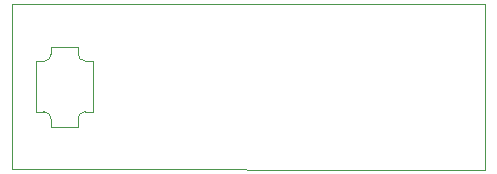
<source format=gbr>
%TF.GenerationSoftware,KiCad,Pcbnew,(5.1.10)-1*%
%TF.CreationDate,2021-10-05T14:24:33+02:00*%
%TF.ProjectId,Masterproef ultrasonic transducer,4d617374-6572-4707-926f-656620756c74,rev?*%
%TF.SameCoordinates,Original*%
%TF.FileFunction,Profile,NP*%
%FSLAX46Y46*%
G04 Gerber Fmt 4.6, Leading zero omitted, Abs format (unit mm)*
G04 Created by KiCad (PCBNEW (5.1.10)-1) date 2021-10-05 14:24:33*
%MOMM*%
%LPD*%
G01*
G04 APERTURE LIST*
%TA.AperFunction,Profile*%
%ADD10C,0.050000*%
%TD*%
G04 APERTURE END LIST*
D10*
X99707700Y-87012601D02*
X100342523Y-87012601D01*
X100965000Y-85775800D02*
X100964838Y-86382505D01*
X100964838Y-86382505D02*
G75*
G02*
X100342523Y-87012601I-627395J-2716D01*
G01*
X100972620Y-92532024D02*
X103228140Y-92532200D01*
X103228125Y-91902456D02*
X103228140Y-92532200D01*
X103243203Y-86352201D02*
X103238300Y-85775800D01*
X103873300Y-86995000D02*
X104482900Y-86995000D01*
X103850440Y-91272360D02*
X104482900Y-91272360D01*
X99707700Y-91274721D02*
X100342523Y-91274721D01*
X100972620Y-91917520D02*
X100972620Y-92532024D01*
X99707700Y-87012601D02*
X99707700Y-91274721D01*
X103238300Y-85775800D02*
X100965000Y-85775800D01*
X103873300Y-86995000D02*
G75*
G02*
X103243203Y-86352201I-2717J627559D01*
G01*
X103228125Y-91902456D02*
G75*
G02*
X103850440Y-91272360I627395J2716D01*
G01*
X104482900Y-91272360D02*
X104482900Y-86995000D01*
X100342523Y-91274721D02*
G75*
G02*
X100972620Y-91917520I2717J-627559D01*
G01*
X97663000Y-96156440D02*
X97663000Y-82169000D01*
X137668000Y-82167900D02*
X137665460Y-96176000D01*
X137665460Y-96176000D02*
X97663000Y-96156440D01*
X137668000Y-82167900D02*
X97663000Y-82169000D01*
M02*

</source>
